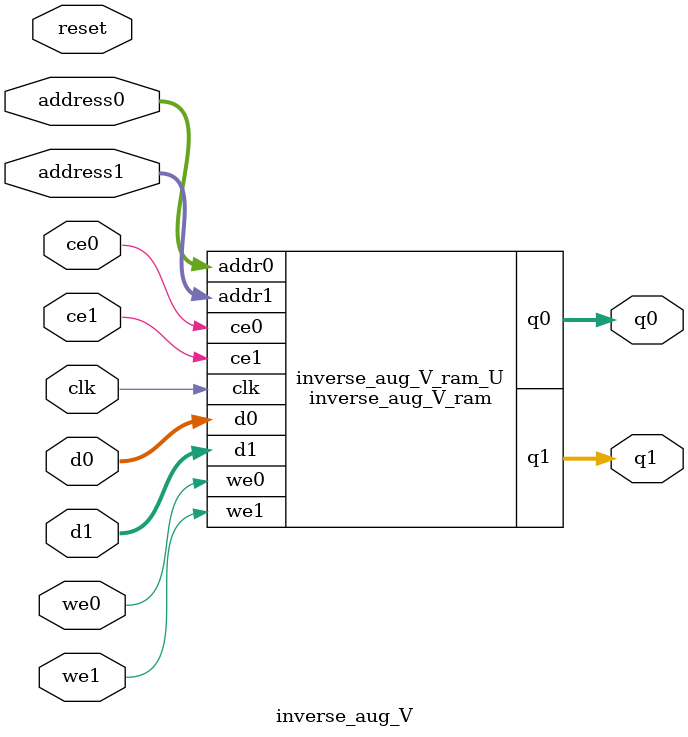
<source format=v>
`timescale 1 ns / 1 ps
module inverse_aug_V_ram (addr0, ce0, d0, we0, q0, addr1, ce1, d1, we1, q1,  clk);

parameter DWIDTH = 22;
parameter AWIDTH = 8;
parameter MEM_SIZE = 200;

input[AWIDTH-1:0] addr0;
input ce0;
input[DWIDTH-1:0] d0;
input we0;
output reg[DWIDTH-1:0] q0;
input[AWIDTH-1:0] addr1;
input ce1;
input[DWIDTH-1:0] d1;
input we1;
output reg[DWIDTH-1:0] q1;
input clk;

(* ram_style = "block" *)reg [DWIDTH-1:0] ram[0:MEM_SIZE-1];




always @(posedge clk)  
begin 
    if (ce0) begin
        if (we0) 
            ram[addr0] <= d0; 
        q0 <= ram[addr0];
    end
end


always @(posedge clk)  
begin 
    if (ce1) begin
        if (we1) 
            ram[addr1] <= d1; 
        q1 <= ram[addr1];
    end
end


endmodule

`timescale 1 ns / 1 ps
module inverse_aug_V(
    reset,
    clk,
    address0,
    ce0,
    we0,
    d0,
    q0,
    address1,
    ce1,
    we1,
    d1,
    q1);

parameter DataWidth = 32'd22;
parameter AddressRange = 32'd200;
parameter AddressWidth = 32'd8;
input reset;
input clk;
input[AddressWidth - 1:0] address0;
input ce0;
input we0;
input[DataWidth - 1:0] d0;
output[DataWidth - 1:0] q0;
input[AddressWidth - 1:0] address1;
input ce1;
input we1;
input[DataWidth - 1:0] d1;
output[DataWidth - 1:0] q1;



inverse_aug_V_ram inverse_aug_V_ram_U(
    .clk( clk ),
    .addr0( address0 ),
    .ce0( ce0 ),
    .we0( we0 ),
    .d0( d0 ),
    .q0( q0 ),
    .addr1( address1 ),
    .ce1( ce1 ),
    .we1( we1 ),
    .d1( d1 ),
    .q1( q1 ));

endmodule


</source>
